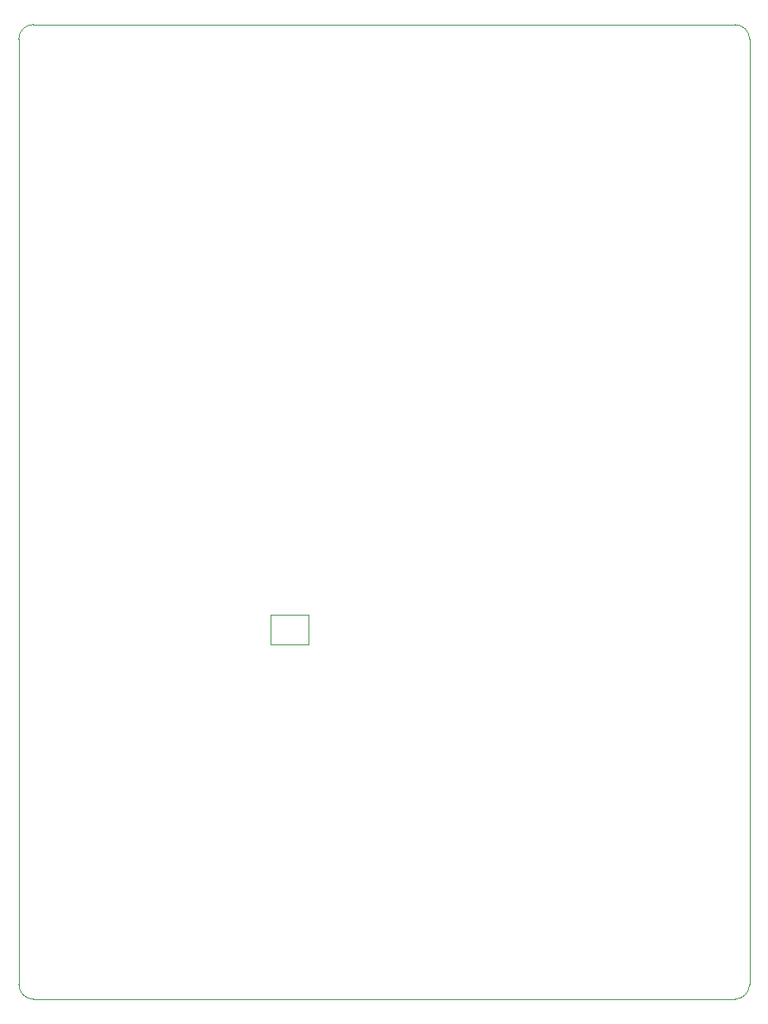
<source format=gm1>
G04*
G04 #@! TF.GenerationSoftware,Altium Limited,CircuitMaker,2.0.3 (51)*
G04*
G04 Layer_Color=16740166*
%FSLAX24Y24*%
%MOIN*%
G70*
G04*
G04 #@! TF.SameCoordinates,3954AB4D-5D0B-4665-A105-1F8CE3EC6163*
G04*
G04*
G04 #@! TF.FilePolarity,Positive*
G04*
G01*
G75*
%ADD16C,0.0039*%
%ADD110C,0.0020*%
D16*
X9843Y10433D02*
G03*
X10433Y9843I591J0D01*
G01*
Y49213D02*
G03*
X9843Y48622I0J-591D01*
G01*
X39370D02*
G03*
X38780Y49213I-591J0D01*
G01*
Y9843D02*
G03*
X39370Y10433I0J591D01*
G01*
X9843Y10433D02*
Y48622D01*
X10433Y49213D02*
X38780D01*
X39370Y10433D02*
Y48622D01*
X10433Y9843D02*
X38780D01*
D110*
X20010Y24183D02*
X21545D01*
Y25364D01*
X20010D02*
X21545D01*
X20010Y24183D02*
Y25364D01*
M02*

</source>
